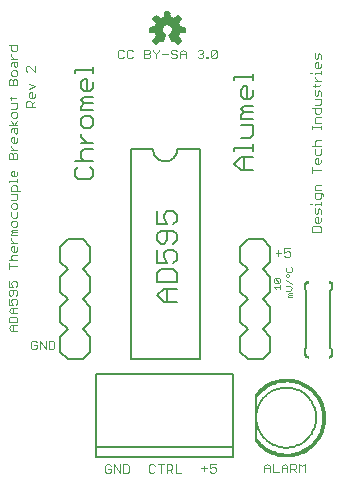
<source format=gto>
G75*
G70*
%OFA0B0*%
%FSLAX24Y24*%
%IPPOS*%
%LPD*%
%AMOC8*
5,1,8,0,0,1.08239X$1,22.5*
%
%ADD10C,0.0060*%
%ADD11C,0.0050*%
%ADD12C,0.0030*%
%ADD13C,0.0020*%
%ADD14C,0.0080*%
%ADD15C,0.0059*%
%ADD16C,0.0010*%
D10*
X004807Y004923D02*
X007107Y004923D01*
X007107Y011923D01*
X006357Y011923D01*
X006355Y011884D01*
X006349Y011845D01*
X006340Y011807D01*
X006327Y011770D01*
X006310Y011734D01*
X006290Y011701D01*
X006266Y011669D01*
X006240Y011640D01*
X006211Y011614D01*
X006179Y011590D01*
X006146Y011570D01*
X006110Y011553D01*
X006073Y011540D01*
X006035Y011531D01*
X005996Y011525D01*
X005957Y011523D01*
X005918Y011525D01*
X005879Y011531D01*
X005841Y011540D01*
X005804Y011553D01*
X005768Y011570D01*
X005735Y011590D01*
X005703Y011614D01*
X005674Y011640D01*
X005648Y011669D01*
X005624Y011701D01*
X005604Y011734D01*
X005587Y011770D01*
X005574Y011807D01*
X005565Y011845D01*
X005559Y011884D01*
X005557Y011923D01*
X004807Y011923D01*
X004807Y004923D01*
X005915Y006839D02*
X005701Y007053D01*
X005915Y007266D01*
X006342Y007266D01*
X006342Y007484D02*
X006342Y007804D01*
X006235Y007911D01*
X005808Y007911D01*
X005701Y007804D01*
X005701Y007484D01*
X006342Y007484D01*
X006021Y007266D02*
X006021Y006839D01*
X005915Y006839D02*
X006342Y006839D01*
X006235Y008128D02*
X006342Y008235D01*
X006342Y008449D01*
X006235Y008555D01*
X006021Y008555D01*
X005915Y008449D01*
X005915Y008342D01*
X006021Y008128D01*
X005701Y008128D01*
X005701Y008555D01*
X005808Y008773D02*
X005701Y008880D01*
X005701Y009093D01*
X005808Y009200D01*
X006235Y009200D01*
X006342Y009093D01*
X006342Y008880D01*
X006235Y008773D01*
X006021Y008880D02*
X006021Y009200D01*
X006021Y009417D02*
X005915Y009631D01*
X005915Y009738D01*
X006021Y009844D01*
X006235Y009844D01*
X006342Y009738D01*
X006342Y009524D01*
X006235Y009417D01*
X006021Y009417D02*
X005701Y009417D01*
X005701Y009844D01*
X006021Y008880D02*
X005915Y008773D01*
X005808Y008773D01*
X008258Y011434D02*
X008472Y011647D01*
X008899Y011647D01*
X008899Y011865D02*
X008899Y012078D01*
X008899Y011971D02*
X008258Y011971D01*
X008258Y011865D01*
X008472Y012294D02*
X008792Y012294D01*
X008899Y012401D01*
X008899Y012721D01*
X008472Y012721D01*
X008472Y012939D02*
X008472Y013046D01*
X008578Y013152D01*
X008472Y013259D01*
X008578Y013366D01*
X008899Y013366D01*
X008792Y013583D02*
X008578Y013583D01*
X008472Y013690D01*
X008472Y013904D01*
X008578Y014010D01*
X008685Y014010D01*
X008685Y013583D01*
X008792Y013583D02*
X008899Y013690D01*
X008899Y013904D01*
X008899Y014228D02*
X008899Y014442D01*
X008899Y014335D02*
X008258Y014335D01*
X008258Y014228D01*
X008578Y013152D02*
X008899Y013152D01*
X008899Y012939D02*
X008472Y012939D01*
X008578Y011647D02*
X008578Y011220D01*
X008472Y011220D02*
X008258Y011434D01*
X008472Y011220D02*
X008899Y011220D01*
X010612Y007398D02*
X010612Y007248D01*
X010662Y007198D01*
X010662Y005298D01*
X010612Y005248D01*
X010612Y005098D01*
X011462Y005298D02*
X011512Y005248D01*
X011512Y005098D01*
X011462Y005298D02*
X011462Y007198D01*
X011512Y007248D01*
X011512Y007398D01*
X008994Y002973D02*
X008996Y003036D01*
X009002Y003098D01*
X009012Y003160D01*
X009025Y003222D01*
X009043Y003282D01*
X009064Y003341D01*
X009089Y003399D01*
X009118Y003455D01*
X009150Y003509D01*
X009185Y003561D01*
X009223Y003610D01*
X009265Y003658D01*
X009309Y003702D01*
X009357Y003744D01*
X009406Y003782D01*
X009458Y003817D01*
X009512Y003849D01*
X009568Y003878D01*
X009626Y003903D01*
X009685Y003924D01*
X009745Y003942D01*
X009807Y003955D01*
X009869Y003965D01*
X009931Y003971D01*
X009994Y003973D01*
X010057Y003971D01*
X010119Y003965D01*
X010181Y003955D01*
X010243Y003942D01*
X010303Y003924D01*
X010362Y003903D01*
X010420Y003878D01*
X010476Y003849D01*
X010530Y003817D01*
X010582Y003782D01*
X010631Y003744D01*
X010679Y003702D01*
X010723Y003658D01*
X010765Y003610D01*
X010803Y003561D01*
X010838Y003509D01*
X010870Y003455D01*
X010899Y003399D01*
X010924Y003341D01*
X010945Y003282D01*
X010963Y003222D01*
X010976Y003160D01*
X010986Y003098D01*
X010992Y003036D01*
X010994Y002973D01*
X010992Y002910D01*
X010986Y002848D01*
X010976Y002786D01*
X010963Y002724D01*
X010945Y002664D01*
X010924Y002605D01*
X010899Y002547D01*
X010870Y002491D01*
X010838Y002437D01*
X010803Y002385D01*
X010765Y002336D01*
X010723Y002288D01*
X010679Y002244D01*
X010631Y002202D01*
X010582Y002164D01*
X010530Y002129D01*
X010476Y002097D01*
X010420Y002068D01*
X010362Y002043D01*
X010303Y002022D01*
X010243Y002004D01*
X010181Y001991D01*
X010119Y001981D01*
X010057Y001975D01*
X009994Y001973D01*
X009931Y001975D01*
X009869Y001981D01*
X009807Y001991D01*
X009745Y002004D01*
X009685Y002022D01*
X009626Y002043D01*
X009568Y002068D01*
X009512Y002097D01*
X009458Y002129D01*
X009406Y002164D01*
X009357Y002202D01*
X009309Y002244D01*
X009265Y002288D01*
X009223Y002336D01*
X009185Y002385D01*
X009150Y002437D01*
X009118Y002491D01*
X009089Y002547D01*
X009064Y002605D01*
X009043Y002664D01*
X009025Y002724D01*
X009012Y002786D01*
X009002Y002848D01*
X008996Y002910D01*
X008994Y002973D01*
D11*
X003466Y010910D02*
X003568Y011012D01*
X003568Y011215D01*
X003466Y011317D01*
X003568Y011518D02*
X002957Y011518D01*
X003059Y011317D02*
X002957Y011215D01*
X002957Y011012D01*
X003059Y010910D01*
X003466Y010910D01*
X003262Y011518D02*
X003161Y011620D01*
X003161Y011823D01*
X003262Y011925D01*
X003568Y011925D01*
X003568Y012126D02*
X003161Y012126D01*
X003364Y012126D02*
X003161Y012329D01*
X003161Y012431D01*
X003262Y012632D02*
X003466Y012632D01*
X003568Y012734D01*
X003568Y012937D01*
X003466Y013039D01*
X003262Y013039D01*
X003161Y012937D01*
X003161Y012734D01*
X003262Y012632D01*
X003161Y013240D02*
X003161Y013341D01*
X003262Y013443D01*
X003161Y013545D01*
X003262Y013647D01*
X003568Y013647D01*
X003568Y013443D02*
X003262Y013443D01*
X003161Y013240D02*
X003568Y013240D01*
X003466Y013847D02*
X003262Y013847D01*
X003161Y013949D01*
X003161Y014153D01*
X003262Y014254D01*
X003364Y014254D01*
X003364Y013847D01*
X003466Y013847D02*
X003568Y013949D01*
X003568Y014153D01*
X003568Y014455D02*
X003568Y014659D01*
X003568Y014557D02*
X002957Y014557D01*
X002957Y014455D01*
D12*
X001608Y014502D02*
X001415Y014695D01*
X001366Y014695D01*
X001318Y014647D01*
X001318Y014550D01*
X001366Y014502D01*
X001608Y014502D02*
X001608Y014695D01*
X001030Y014693D02*
X000982Y014645D01*
X000934Y014693D01*
X000934Y014838D01*
X000885Y014838D02*
X001030Y014838D01*
X001030Y014693D01*
X000982Y014543D02*
X000885Y014543D01*
X000837Y014495D01*
X000837Y014398D01*
X000885Y014350D01*
X000982Y014350D01*
X001030Y014398D01*
X001030Y014495D01*
X000982Y014543D01*
X000837Y014693D02*
X000837Y014790D01*
X000885Y014838D01*
X000837Y014939D02*
X001030Y014939D01*
X000934Y014939D02*
X000837Y015036D01*
X000837Y015084D01*
X000885Y015185D02*
X000837Y015233D01*
X000837Y015378D01*
X000740Y015378D02*
X001030Y015378D01*
X001030Y015233D01*
X000982Y015185D01*
X000885Y015185D01*
X000837Y014249D02*
X000885Y014200D01*
X000885Y014055D01*
X001030Y014055D02*
X000740Y014055D01*
X000740Y014200D01*
X000788Y014249D01*
X000837Y014249D01*
X000885Y014200D02*
X000934Y014249D01*
X000982Y014249D01*
X001030Y014200D01*
X001030Y014055D01*
X001415Y014106D02*
X001608Y014009D01*
X001415Y013912D01*
X001463Y013811D02*
X001511Y013811D01*
X001511Y013618D01*
X001463Y013618D02*
X001560Y013618D01*
X001608Y013666D01*
X001608Y013763D01*
X001463Y013811D02*
X001415Y013763D01*
X001415Y013666D01*
X001463Y013618D01*
X001463Y013517D02*
X001511Y013468D01*
X001511Y013323D01*
X001511Y013420D02*
X001608Y013517D01*
X001463Y013517D02*
X001366Y013517D01*
X001318Y013468D01*
X001318Y013323D01*
X001608Y013323D01*
X001030Y013318D02*
X001030Y013463D01*
X000837Y013463D01*
X000837Y013564D02*
X000837Y013661D01*
X000788Y013613D02*
X000982Y013613D01*
X001030Y013661D01*
X001030Y013318D02*
X000982Y013270D01*
X000837Y013270D01*
X000885Y013168D02*
X000837Y013120D01*
X000837Y013023D01*
X000885Y012975D01*
X000982Y012975D01*
X001030Y013023D01*
X001030Y013120D01*
X000982Y013168D01*
X000885Y013168D01*
X000837Y012875D02*
X000934Y012729D01*
X001030Y012875D01*
X001030Y012729D02*
X000740Y012729D01*
X000885Y012628D02*
X000837Y012580D01*
X000837Y012483D01*
X000934Y012483D02*
X000982Y012435D01*
X001030Y012483D01*
X001030Y012628D01*
X000885Y012628D01*
X000934Y012628D02*
X000934Y012483D01*
X000934Y012334D02*
X000934Y012140D01*
X000982Y012140D02*
X000885Y012140D01*
X000837Y012188D01*
X000837Y012285D01*
X000885Y012334D01*
X000934Y012334D01*
X001030Y012285D02*
X001030Y012188D01*
X000982Y012140D01*
X000837Y012040D02*
X000837Y011991D01*
X000934Y011895D01*
X001030Y011895D02*
X000837Y011895D01*
X000837Y011793D02*
X000885Y011745D01*
X000885Y011600D01*
X001030Y011600D02*
X000740Y011600D01*
X000740Y011745D01*
X000788Y011793D01*
X000837Y011793D01*
X000885Y011745D02*
X000934Y011793D01*
X000982Y011793D01*
X001030Y011745D01*
X001030Y011600D01*
X000934Y011204D02*
X000934Y011011D01*
X000982Y011011D02*
X000885Y011011D01*
X000837Y011059D01*
X000837Y011156D01*
X000885Y011204D01*
X000934Y011204D01*
X001030Y011156D02*
X001030Y011059D01*
X000982Y011011D01*
X001030Y010911D02*
X001030Y010814D01*
X001030Y010863D02*
X000740Y010863D01*
X000740Y010814D01*
X000885Y010713D02*
X000837Y010665D01*
X000837Y010520D01*
X001127Y010520D01*
X001030Y010520D02*
X001030Y010665D01*
X000982Y010713D01*
X000885Y010713D01*
X000837Y010418D02*
X001030Y010418D01*
X001030Y010273D01*
X000982Y010225D01*
X000837Y010225D01*
X000885Y010124D02*
X000837Y010075D01*
X000837Y009979D01*
X000885Y009930D01*
X000982Y009930D01*
X001030Y009979D01*
X001030Y010075D01*
X000982Y010124D01*
X000885Y010124D01*
X000837Y009829D02*
X000837Y009684D01*
X000885Y009636D01*
X000982Y009636D01*
X001030Y009684D01*
X001030Y009829D01*
X000982Y009534D02*
X000885Y009534D01*
X000837Y009486D01*
X000837Y009389D01*
X000885Y009341D01*
X000982Y009341D01*
X001030Y009389D01*
X001030Y009486D01*
X000982Y009534D01*
X001030Y009240D02*
X000885Y009240D01*
X000837Y009191D01*
X000885Y009143D01*
X001030Y009143D01*
X001030Y009046D02*
X000837Y009046D01*
X000837Y009095D01*
X000885Y009143D01*
X000837Y008946D02*
X000837Y008897D01*
X000934Y008801D01*
X001030Y008801D02*
X000837Y008801D01*
X000885Y008700D02*
X000837Y008651D01*
X000837Y008554D01*
X000885Y008506D01*
X000982Y008506D01*
X001030Y008554D01*
X001030Y008651D01*
X000934Y008700D02*
X000934Y008506D01*
X000885Y008405D02*
X001030Y008405D01*
X000885Y008405D02*
X000837Y008357D01*
X000837Y008260D01*
X000885Y008211D01*
X000740Y008211D02*
X001030Y008211D01*
X001030Y008013D02*
X000740Y008013D01*
X000740Y007917D02*
X000740Y008110D01*
X000740Y007521D02*
X000740Y007327D01*
X000885Y007327D01*
X000837Y007424D01*
X000837Y007473D01*
X000885Y007521D01*
X000982Y007521D01*
X001030Y007473D01*
X001030Y007376D01*
X000982Y007327D01*
X000982Y007226D02*
X000788Y007226D01*
X000740Y007178D01*
X000740Y007081D01*
X000788Y007033D01*
X000837Y007033D01*
X000885Y007081D01*
X000885Y007226D01*
X000982Y007226D02*
X001030Y007178D01*
X001030Y007081D01*
X000982Y007033D01*
X000982Y006932D02*
X001030Y006883D01*
X001030Y006787D01*
X000982Y006738D01*
X000885Y006738D02*
X000837Y006835D01*
X000837Y006883D01*
X000885Y006932D01*
X000982Y006932D01*
X000885Y006738D02*
X000740Y006738D01*
X000740Y006932D01*
X000837Y006637D02*
X000740Y006540D01*
X000837Y006443D01*
X001030Y006443D01*
X000982Y006342D02*
X001030Y006294D01*
X001030Y006149D01*
X000740Y006149D01*
X000740Y006294D01*
X000788Y006342D01*
X000982Y006342D01*
X000885Y006443D02*
X000885Y006637D01*
X000837Y006637D02*
X001030Y006637D01*
X001030Y006048D02*
X000837Y006048D01*
X000740Y005951D01*
X000837Y005854D01*
X001030Y005854D01*
X000885Y005854D02*
X000885Y006048D01*
X001484Y005490D02*
X001484Y005297D01*
X001532Y005248D01*
X001629Y005248D01*
X001677Y005297D01*
X001677Y005393D01*
X001580Y005393D01*
X001484Y005490D02*
X001532Y005538D01*
X001629Y005538D01*
X001677Y005490D01*
X001778Y005538D02*
X001972Y005248D01*
X001972Y005538D01*
X002073Y005538D02*
X002218Y005538D01*
X002267Y005490D01*
X002267Y005297D01*
X002218Y005248D01*
X002073Y005248D01*
X002073Y005538D01*
X001778Y005538D02*
X001778Y005248D01*
X000934Y008700D02*
X000885Y008700D01*
X004434Y014952D02*
X004531Y014952D01*
X004580Y015000D01*
X004681Y015000D02*
X004681Y015194D01*
X004729Y015242D01*
X004826Y015242D01*
X004874Y015194D01*
X004874Y015000D02*
X004826Y014952D01*
X004729Y014952D01*
X004681Y015000D01*
X004580Y015194D02*
X004531Y015242D01*
X004434Y015242D01*
X004386Y015194D01*
X004386Y015000D01*
X004434Y014952D01*
X005270Y014952D02*
X005415Y014952D01*
X005464Y015000D01*
X005464Y015049D01*
X005415Y015097D01*
X005270Y015097D01*
X005270Y014952D02*
X005270Y015242D01*
X005415Y015242D01*
X005464Y015194D01*
X005464Y015145D01*
X005415Y015097D01*
X005565Y015194D02*
X005565Y015242D01*
X005565Y015194D02*
X005661Y015097D01*
X005661Y014952D01*
X005661Y015097D02*
X005758Y015194D01*
X005758Y015242D01*
X005859Y015097D02*
X006053Y015097D01*
X006154Y015145D02*
X006202Y015097D01*
X006299Y015097D01*
X006347Y015049D01*
X006347Y015000D01*
X006299Y014952D01*
X006202Y014952D01*
X006154Y015000D01*
X006154Y015145D02*
X006154Y015194D01*
X006202Y015242D01*
X006299Y015242D01*
X006347Y015194D01*
X006449Y015145D02*
X006449Y014952D01*
X006449Y015097D02*
X006642Y015097D01*
X006642Y015145D02*
X006642Y014952D01*
X006642Y015145D02*
X006545Y015242D01*
X006449Y015145D01*
X007038Y015194D02*
X007086Y015242D01*
X007183Y015242D01*
X007231Y015194D01*
X007231Y015145D01*
X007183Y015097D01*
X007231Y015049D01*
X007231Y015000D01*
X007183Y014952D01*
X007086Y014952D01*
X007038Y015000D01*
X007135Y015097D02*
X007183Y015097D01*
X007333Y015000D02*
X007381Y015000D01*
X007381Y014952D01*
X007333Y014952D01*
X007333Y015000D01*
X007480Y015000D02*
X007480Y015194D01*
X007528Y015242D01*
X007625Y015242D01*
X007673Y015194D01*
X007480Y015000D01*
X007528Y014952D01*
X007625Y014952D01*
X007673Y015000D01*
X007673Y015194D01*
X010801Y014473D02*
X010850Y014473D01*
X010947Y014473D02*
X011140Y014473D01*
X011140Y014521D02*
X011140Y014424D01*
X010947Y014424D02*
X010947Y014473D01*
X010947Y014324D02*
X010947Y014276D01*
X011043Y014179D01*
X010947Y014179D02*
X011140Y014179D01*
X011140Y014079D02*
X011092Y014031D01*
X010898Y014031D01*
X010947Y014079D02*
X010947Y013982D01*
X010947Y013881D02*
X010947Y013736D01*
X010995Y013688D01*
X011043Y013736D01*
X011043Y013833D01*
X011092Y013881D01*
X011140Y013833D01*
X011140Y013688D01*
X011140Y013587D02*
X010947Y013587D01*
X011140Y013587D02*
X011140Y013441D01*
X011092Y013393D01*
X010947Y013393D01*
X010947Y013292D02*
X010947Y013147D01*
X010995Y013098D01*
X011092Y013098D01*
X011140Y013147D01*
X011140Y013292D01*
X010850Y013292D01*
X010995Y012997D02*
X011140Y012997D01*
X010995Y012997D02*
X010947Y012949D01*
X010947Y012804D01*
X011140Y012804D01*
X011140Y012704D02*
X011140Y012607D01*
X011140Y012656D02*
X010850Y012656D01*
X010850Y012704D02*
X010850Y012607D01*
X010995Y012211D02*
X011140Y012211D01*
X010995Y012211D02*
X010947Y012163D01*
X010947Y012066D01*
X010995Y012018D01*
X010947Y011917D02*
X010947Y011772D01*
X010995Y011723D01*
X011092Y011723D01*
X011140Y011772D01*
X011140Y011917D01*
X011140Y012018D02*
X010850Y012018D01*
X010995Y011622D02*
X011043Y011622D01*
X011043Y011429D01*
X010995Y011429D02*
X011092Y011429D01*
X011140Y011477D01*
X011140Y011574D01*
X010995Y011622D02*
X010947Y011574D01*
X010947Y011477D01*
X010995Y011429D01*
X010850Y011328D02*
X010850Y011134D01*
X010850Y011231D02*
X011140Y011231D01*
X011140Y010738D02*
X010995Y010738D01*
X010947Y010690D01*
X010947Y010545D01*
X011140Y010545D01*
X011140Y010444D02*
X011140Y010298D01*
X011092Y010250D01*
X010995Y010250D01*
X010947Y010298D01*
X010947Y010444D01*
X011188Y010444D01*
X011237Y010395D01*
X011237Y010347D01*
X011140Y010150D02*
X011140Y010054D01*
X011140Y010102D02*
X010947Y010102D01*
X010947Y010054D01*
X010947Y009953D02*
X010947Y009807D01*
X010995Y009759D01*
X011043Y009807D01*
X011043Y009904D01*
X011092Y009953D01*
X011140Y009904D01*
X011140Y009759D01*
X011043Y009658D02*
X010995Y009658D01*
X010947Y009609D01*
X010947Y009513D01*
X010995Y009464D01*
X011092Y009464D01*
X011140Y009513D01*
X011140Y009609D01*
X011043Y009658D02*
X011043Y009464D01*
X011092Y009363D02*
X010898Y009363D01*
X010850Y009315D01*
X010850Y009170D01*
X011140Y009170D01*
X011140Y009315D01*
X011092Y009363D01*
X010850Y010102D02*
X010801Y010102D01*
X010127Y008615D02*
X009933Y008615D01*
X009933Y008469D01*
X010030Y008518D01*
X010078Y008518D01*
X010127Y008469D01*
X010127Y008373D01*
X010078Y008324D01*
X009982Y008324D01*
X009933Y008373D01*
X009832Y008469D02*
X009639Y008469D01*
X009735Y008373D02*
X009735Y008566D01*
X010995Y014621D02*
X010947Y014669D01*
X010947Y014766D01*
X010995Y014814D01*
X011043Y014814D01*
X011043Y014621D01*
X010995Y014621D02*
X011092Y014621D01*
X011140Y014669D01*
X011140Y014766D01*
X011140Y014915D02*
X011140Y015061D01*
X011092Y015109D01*
X011043Y015061D01*
X011043Y014964D01*
X010995Y014915D01*
X010947Y014964D01*
X010947Y015109D01*
X010624Y001439D02*
X010624Y001149D01*
X010431Y001149D02*
X010431Y001439D01*
X010527Y001343D01*
X010624Y001439D01*
X010329Y001391D02*
X010329Y001294D01*
X010281Y001246D01*
X010136Y001246D01*
X010233Y001246D02*
X010329Y001149D01*
X010136Y001149D02*
X010136Y001439D01*
X010281Y001439D01*
X010329Y001391D01*
X010035Y001343D02*
X010035Y001149D01*
X010035Y001294D02*
X009841Y001294D01*
X009841Y001343D02*
X009938Y001439D01*
X010035Y001343D01*
X009841Y001343D02*
X009841Y001149D01*
X009740Y001149D02*
X009547Y001149D01*
X009547Y001439D01*
X009445Y001343D02*
X009445Y001149D01*
X009445Y001294D02*
X009252Y001294D01*
X009252Y001343D02*
X009349Y001439D01*
X009445Y001343D01*
X009252Y001343D02*
X009252Y001149D01*
X007642Y001179D02*
X007594Y001131D01*
X007497Y001131D01*
X007449Y001179D01*
X007449Y001276D02*
X007545Y001324D01*
X007594Y001324D01*
X007642Y001276D01*
X007642Y001179D01*
X007449Y001276D02*
X007449Y001421D01*
X007642Y001421D01*
X007347Y001276D02*
X007154Y001276D01*
X007251Y001372D02*
X007251Y001179D01*
X006498Y001131D02*
X006305Y001131D01*
X006305Y001421D01*
X006203Y001372D02*
X006203Y001276D01*
X006155Y001227D01*
X006010Y001227D01*
X006010Y001131D02*
X006010Y001421D01*
X006155Y001421D01*
X006203Y001372D01*
X006107Y001227D02*
X006203Y001131D01*
X005909Y001421D02*
X005715Y001421D01*
X005812Y001421D02*
X005812Y001131D01*
X005614Y001179D02*
X005566Y001131D01*
X005469Y001131D01*
X005421Y001179D01*
X005421Y001372D01*
X005469Y001421D01*
X005566Y001421D01*
X005614Y001372D01*
X004742Y001368D02*
X004742Y001174D01*
X004693Y001126D01*
X004548Y001126D01*
X004548Y001416D01*
X004693Y001416D01*
X004742Y001368D01*
X004447Y001416D02*
X004447Y001126D01*
X004254Y001416D01*
X004254Y001126D01*
X004152Y001174D02*
X004152Y001271D01*
X004056Y001271D01*
X004152Y001174D02*
X004104Y001126D01*
X004007Y001126D01*
X003959Y001174D01*
X003959Y001368D01*
X004007Y001416D01*
X004104Y001416D01*
X004152Y001368D01*
D13*
X009646Y007248D02*
X009573Y007321D01*
X009793Y007321D01*
X009793Y007248D02*
X009793Y007395D01*
X009756Y007469D02*
X009793Y007506D01*
X009793Y007579D01*
X009756Y007616D01*
X009610Y007616D01*
X009756Y007469D01*
X009610Y007469D01*
X009573Y007506D01*
X009573Y007579D01*
X009610Y007616D01*
X009979Y007574D02*
X010200Y007427D01*
X010126Y007353D02*
X010200Y007280D01*
X010126Y007206D01*
X009979Y007206D01*
X010053Y007096D02*
X010090Y007132D01*
X010200Y007132D01*
X010200Y007059D02*
X010090Y007059D01*
X010053Y007096D01*
X010090Y007059D02*
X010053Y007022D01*
X010053Y006985D01*
X010200Y006985D01*
X010126Y007353D02*
X009979Y007353D01*
X010016Y007648D02*
X009979Y007685D01*
X009979Y007722D01*
X010016Y007759D01*
X010053Y007759D01*
X010090Y007722D01*
X010090Y007685D01*
X010053Y007648D01*
X010016Y007648D01*
X010016Y007833D02*
X010163Y007833D01*
X010200Y007869D01*
X010200Y007943D01*
X010163Y007979D01*
X010016Y007979D02*
X009979Y007943D01*
X009979Y007869D01*
X010016Y007833D01*
D14*
X002707Y004923D02*
X002457Y005173D01*
X002457Y005673D01*
X002707Y005923D01*
X002457Y006173D01*
X002457Y006673D01*
X002707Y006923D01*
X002457Y007173D01*
X002457Y007673D01*
X002707Y007923D01*
X002457Y008173D01*
X002457Y008673D01*
X002707Y008923D01*
X003207Y008923D01*
X003457Y008673D01*
X003457Y008173D01*
X003207Y007923D01*
X003457Y007673D01*
X003457Y007173D01*
X003207Y006923D01*
X003457Y006673D01*
X003457Y006173D01*
X003207Y005923D01*
X003457Y005673D01*
X003457Y005173D01*
X003207Y004923D01*
X002707Y004923D01*
X003644Y004427D02*
X003644Y001986D01*
X008211Y001986D01*
X008211Y001671D01*
X003644Y001671D01*
X003644Y001986D01*
X003644Y004427D02*
X008211Y004427D01*
X008211Y001986D01*
X008994Y002223D02*
X008994Y003723D01*
X009207Y004923D02*
X008707Y004923D01*
X008457Y005173D01*
X008457Y005673D01*
X008707Y005923D01*
X008457Y006173D01*
X008457Y006673D01*
X008707Y006923D01*
X008457Y007173D01*
X008457Y007673D01*
X008707Y007923D01*
X008457Y008173D01*
X008457Y008673D01*
X008707Y008923D01*
X009207Y008923D01*
X009457Y008673D01*
X009457Y008173D01*
X009207Y007923D01*
X009457Y007673D01*
X009457Y007173D01*
X009207Y006923D01*
X009457Y006673D01*
X009457Y006173D01*
X009207Y005923D01*
X009457Y005673D01*
X009457Y005173D01*
X009207Y004923D01*
D15*
X006395Y015435D02*
X006497Y015537D01*
X006376Y015685D01*
X006407Y015745D01*
X006427Y015809D01*
X006618Y015828D01*
X006618Y015972D01*
X006427Y015992D01*
X006407Y016056D01*
X006376Y016116D01*
X006497Y016264D01*
X006395Y016366D01*
X006247Y016245D01*
X006187Y016276D01*
X006123Y016296D01*
X006103Y016487D01*
X005959Y016487D01*
X005940Y016296D01*
X005876Y016276D01*
X005816Y016245D01*
X005668Y016366D01*
X005566Y016264D01*
X005687Y016116D01*
X005656Y016056D01*
X005636Y015992D01*
X005445Y015972D01*
X005445Y015828D01*
X005636Y015809D01*
X005656Y015745D01*
X005687Y015685D01*
X005566Y015537D01*
X005668Y015435D01*
X005816Y015556D01*
X005876Y015525D01*
X005961Y015730D01*
X005923Y015751D01*
X005891Y015781D01*
X005867Y015817D01*
X005852Y015857D01*
X005847Y015900D01*
X005852Y015944D01*
X005868Y015986D01*
X005893Y016022D01*
X005926Y016052D01*
X005965Y016072D01*
X006007Y016083D01*
X006051Y016084D01*
X006094Y016074D01*
X006134Y016054D01*
X006167Y016025D01*
X006193Y015989D01*
X006210Y015948D01*
X006216Y015904D01*
X006212Y015860D01*
X006197Y015819D01*
X006173Y015782D01*
X006141Y015752D01*
X006102Y015730D01*
X006187Y015525D01*
X006247Y015556D01*
X006395Y015435D01*
X006441Y015482D02*
X006338Y015482D01*
X006267Y015539D02*
X006495Y015539D01*
X006448Y015597D02*
X006157Y015597D01*
X006133Y015654D02*
X006401Y015654D01*
X006389Y015712D02*
X006110Y015712D01*
X006159Y015769D02*
X006414Y015769D01*
X006601Y015827D02*
X006200Y015827D01*
X006214Y015884D02*
X006618Y015884D01*
X006618Y015942D02*
X006211Y015942D01*
X006186Y016000D02*
X006425Y016000D01*
X006406Y016057D02*
X006128Y016057D01*
X005936Y016057D02*
X005657Y016057D01*
X005638Y016000D02*
X005877Y016000D01*
X005852Y015942D02*
X005445Y015942D01*
X005445Y015884D02*
X005849Y015884D01*
X005863Y015827D02*
X005461Y015827D01*
X005615Y015597D02*
X005906Y015597D01*
X005929Y015654D02*
X005662Y015654D01*
X005673Y015712D02*
X005953Y015712D01*
X005903Y015769D02*
X005649Y015769D01*
X005568Y015539D02*
X005795Y015539D01*
X005849Y015539D02*
X005882Y015539D01*
X005725Y015482D02*
X005621Y015482D01*
X005687Y016115D02*
X006376Y016115D01*
X006422Y016172D02*
X005641Y016172D01*
X005594Y016230D02*
X006469Y016230D01*
X006474Y016287D02*
X006299Y016287D01*
X006369Y016345D02*
X006416Y016345D01*
X006150Y016287D02*
X005913Y016287D01*
X005945Y016345D02*
X006118Y016345D01*
X006112Y016402D02*
X005951Y016402D01*
X005957Y016460D02*
X006106Y016460D01*
X005764Y016287D02*
X005589Y016287D01*
X005647Y016345D02*
X005694Y016345D01*
X006181Y015539D02*
X006213Y015539D01*
D16*
X010708Y007522D02*
X010708Y007472D01*
X010707Y007473D02*
X010692Y007470D01*
X010678Y007465D01*
X010665Y007456D01*
X010654Y007445D01*
X010645Y007432D01*
X010640Y007418D01*
X010637Y007403D01*
X010588Y007402D01*
X010587Y007403D01*
X010590Y007424D01*
X010596Y007443D01*
X010605Y007462D01*
X010617Y007479D01*
X010631Y007493D01*
X010648Y007505D01*
X010667Y007514D01*
X010686Y007520D01*
X010707Y007523D01*
X010707Y007514D01*
X010688Y007511D01*
X010670Y007506D01*
X010653Y007498D01*
X010637Y007487D01*
X010623Y007473D01*
X010612Y007457D01*
X010604Y007440D01*
X010599Y007422D01*
X010596Y007403D01*
X010605Y007403D01*
X010608Y007423D01*
X010614Y007441D01*
X010624Y007458D01*
X010636Y007474D01*
X010652Y007486D01*
X010669Y007496D01*
X010687Y007502D01*
X010707Y007505D01*
X010707Y007496D01*
X010689Y007493D01*
X010672Y007488D01*
X010657Y007479D01*
X010643Y007467D01*
X010631Y007453D01*
X010622Y007438D01*
X010617Y007421D01*
X010614Y007403D01*
X010623Y007403D01*
X010626Y007421D01*
X010633Y007439D01*
X010643Y007454D01*
X010656Y007467D01*
X010671Y007477D01*
X010689Y007484D01*
X010707Y007487D01*
X010707Y007478D01*
X010691Y007475D01*
X010675Y007469D01*
X010662Y007460D01*
X010650Y007448D01*
X010641Y007435D01*
X010635Y007419D01*
X010632Y007403D01*
X011536Y007402D02*
X011486Y007402D01*
X011487Y007403D02*
X011484Y007418D01*
X011479Y007432D01*
X011470Y007445D01*
X011459Y007456D01*
X011446Y007465D01*
X011432Y007470D01*
X011417Y007473D01*
X011416Y007522D01*
X011417Y007523D01*
X011438Y007520D01*
X011457Y007514D01*
X011476Y007505D01*
X011493Y007493D01*
X011507Y007479D01*
X011519Y007462D01*
X011528Y007443D01*
X011534Y007424D01*
X011537Y007403D01*
X011528Y007403D01*
X011525Y007422D01*
X011520Y007440D01*
X011512Y007457D01*
X011501Y007473D01*
X011487Y007487D01*
X011471Y007498D01*
X011454Y007506D01*
X011436Y007511D01*
X011417Y007514D01*
X011417Y007505D01*
X011437Y007502D01*
X011455Y007496D01*
X011472Y007486D01*
X011488Y007474D01*
X011500Y007458D01*
X011510Y007441D01*
X011516Y007423D01*
X011519Y007403D01*
X011510Y007403D01*
X011507Y007421D01*
X011502Y007438D01*
X011493Y007453D01*
X011481Y007467D01*
X011467Y007479D01*
X011452Y007488D01*
X011435Y007493D01*
X011417Y007496D01*
X011417Y007487D01*
X011435Y007484D01*
X011453Y007477D01*
X011468Y007467D01*
X011481Y007454D01*
X011491Y007439D01*
X011498Y007421D01*
X011501Y007403D01*
X011492Y007403D01*
X011489Y007419D01*
X011483Y007435D01*
X011474Y007448D01*
X011462Y007460D01*
X011449Y007469D01*
X011433Y007475D01*
X011417Y007478D01*
X011416Y004974D02*
X011416Y005024D01*
X011417Y005023D02*
X011432Y005026D01*
X011446Y005031D01*
X011459Y005040D01*
X011470Y005051D01*
X011479Y005064D01*
X011484Y005078D01*
X011487Y005093D01*
X011536Y005094D01*
X011537Y005093D01*
X011534Y005072D01*
X011528Y005053D01*
X011519Y005034D01*
X011507Y005017D01*
X011493Y005003D01*
X011476Y004991D01*
X011457Y004982D01*
X011438Y004976D01*
X011417Y004973D01*
X011417Y004982D01*
X011436Y004985D01*
X011454Y004990D01*
X011471Y004998D01*
X011487Y005009D01*
X011501Y005023D01*
X011512Y005039D01*
X011520Y005056D01*
X011525Y005074D01*
X011528Y005093D01*
X011519Y005093D01*
X011516Y005073D01*
X011510Y005055D01*
X011500Y005038D01*
X011488Y005022D01*
X011472Y005010D01*
X011455Y005000D01*
X011437Y004994D01*
X011417Y004991D01*
X011417Y005000D01*
X011435Y005003D01*
X011452Y005008D01*
X011467Y005017D01*
X011481Y005029D01*
X011493Y005043D01*
X011502Y005058D01*
X011507Y005075D01*
X011510Y005093D01*
X011501Y005093D01*
X011498Y005075D01*
X011491Y005057D01*
X011481Y005042D01*
X011468Y005029D01*
X011453Y005019D01*
X011435Y005012D01*
X011417Y005009D01*
X011417Y005018D01*
X011433Y005021D01*
X011449Y005027D01*
X011462Y005036D01*
X011474Y005048D01*
X011483Y005061D01*
X011489Y005077D01*
X011492Y005093D01*
X010588Y005094D02*
X010638Y005094D01*
X010637Y005093D02*
X010640Y005078D01*
X010645Y005064D01*
X010654Y005051D01*
X010665Y005040D01*
X010678Y005031D01*
X010692Y005026D01*
X010707Y005023D01*
X010708Y004974D01*
X010707Y004973D01*
X010686Y004976D01*
X010667Y004982D01*
X010648Y004991D01*
X010631Y005003D01*
X010617Y005017D01*
X010605Y005034D01*
X010596Y005053D01*
X010590Y005072D01*
X010587Y005093D01*
X010596Y005093D01*
X010599Y005074D01*
X010604Y005056D01*
X010612Y005039D01*
X010623Y005023D01*
X010637Y005009D01*
X010653Y004998D01*
X010670Y004990D01*
X010688Y004985D01*
X010707Y004982D01*
X010707Y004991D01*
X010687Y004994D01*
X010669Y005000D01*
X010652Y005010D01*
X010636Y005022D01*
X010624Y005038D01*
X010614Y005055D01*
X010608Y005073D01*
X010605Y005093D01*
X010614Y005093D01*
X010617Y005075D01*
X010622Y005058D01*
X010631Y005043D01*
X010643Y005029D01*
X010657Y005017D01*
X010672Y005008D01*
X010689Y005003D01*
X010707Y005000D01*
X010707Y005009D01*
X010689Y005012D01*
X010671Y005019D01*
X010656Y005029D01*
X010643Y005042D01*
X010633Y005057D01*
X010626Y005075D01*
X010623Y005093D01*
X010632Y005093D01*
X010635Y005077D01*
X010641Y005061D01*
X010650Y005048D01*
X010662Y005036D01*
X010675Y005027D01*
X010691Y005021D01*
X010707Y005018D01*
X008962Y002193D02*
X009034Y002247D01*
X009033Y002246D02*
X009076Y002193D01*
X009121Y002142D01*
X009170Y002094D01*
X009221Y002049D01*
X009275Y002006D01*
X009331Y001967D01*
X009389Y001931D01*
X009449Y001898D01*
X009510Y001869D01*
X009574Y001844D01*
X009638Y001822D01*
X009704Y001803D01*
X009771Y001789D01*
X009838Y001778D01*
X009906Y001771D01*
X009974Y001768D01*
X010043Y001769D01*
X010111Y001774D01*
X010179Y001782D01*
X010246Y001795D01*
X010312Y001811D01*
X010377Y001831D01*
X010442Y001854D01*
X010504Y001881D01*
X010565Y001912D01*
X010624Y001946D01*
X010682Y001983D01*
X010737Y002024D01*
X010789Y002068D01*
X010839Y002114D01*
X010886Y002163D01*
X010931Y002215D01*
X010972Y002269D01*
X011011Y002326D01*
X011046Y002385D01*
X011077Y002445D01*
X011105Y002507D01*
X011130Y002571D01*
X011151Y002636D01*
X011168Y002702D01*
X011182Y002769D01*
X011191Y002837D01*
X011197Y002905D01*
X011199Y002973D01*
X011197Y003041D01*
X011191Y003109D01*
X011182Y003177D01*
X011168Y003244D01*
X011151Y003310D01*
X011130Y003375D01*
X011105Y003439D01*
X011077Y003501D01*
X011046Y003561D01*
X011011Y003620D01*
X010972Y003677D01*
X010931Y003731D01*
X010886Y003783D01*
X010839Y003832D01*
X010789Y003878D01*
X010737Y003922D01*
X010682Y003963D01*
X010624Y004000D01*
X010565Y004034D01*
X010504Y004065D01*
X010442Y004092D01*
X010377Y004115D01*
X010312Y004135D01*
X010246Y004151D01*
X010179Y004164D01*
X010111Y004172D01*
X010043Y004177D01*
X009974Y004178D01*
X009906Y004175D01*
X009838Y004168D01*
X009771Y004157D01*
X009704Y004143D01*
X009638Y004124D01*
X009574Y004102D01*
X009510Y004077D01*
X009449Y004048D01*
X009389Y004015D01*
X009331Y003979D01*
X009275Y003940D01*
X009221Y003897D01*
X009170Y003852D01*
X009121Y003804D01*
X009076Y003753D01*
X009033Y003700D01*
X008962Y003753D01*
X008961Y003754D01*
X009005Y003809D01*
X009053Y003862D01*
X009103Y003913D01*
X009156Y003960D01*
X009211Y004004D01*
X009269Y004046D01*
X009329Y004084D01*
X009390Y004119D01*
X009454Y004150D01*
X009519Y004178D01*
X009586Y004202D01*
X009654Y004223D01*
X009723Y004239D01*
X009793Y004252D01*
X009863Y004261D01*
X009934Y004267D01*
X010005Y004268D01*
X010076Y004265D01*
X010147Y004259D01*
X010217Y004249D01*
X010286Y004235D01*
X010355Y004217D01*
X010423Y004195D01*
X010489Y004170D01*
X010554Y004141D01*
X010617Y004108D01*
X010678Y004072D01*
X010737Y004033D01*
X010794Y003991D01*
X010849Y003946D01*
X010901Y003897D01*
X010950Y003846D01*
X010997Y003793D01*
X011040Y003736D01*
X011080Y003678D01*
X011117Y003617D01*
X011151Y003555D01*
X011181Y003491D01*
X011208Y003425D01*
X011231Y003358D01*
X011250Y003289D01*
X011265Y003220D01*
X011277Y003150D01*
X011285Y003079D01*
X011289Y003008D01*
X011289Y002938D01*
X011285Y002867D01*
X011277Y002796D01*
X011265Y002726D01*
X011250Y002657D01*
X011231Y002588D01*
X011208Y002521D01*
X011181Y002455D01*
X011151Y002391D01*
X011117Y002329D01*
X011080Y002268D01*
X011040Y002210D01*
X010997Y002153D01*
X010950Y002100D01*
X010901Y002049D01*
X010849Y002000D01*
X010794Y001955D01*
X010737Y001913D01*
X010678Y001874D01*
X010617Y001838D01*
X010554Y001805D01*
X010489Y001776D01*
X010423Y001751D01*
X010355Y001729D01*
X010286Y001711D01*
X010217Y001697D01*
X010147Y001687D01*
X010076Y001681D01*
X010005Y001678D01*
X009934Y001679D01*
X009863Y001685D01*
X009793Y001694D01*
X009723Y001707D01*
X009654Y001723D01*
X009586Y001744D01*
X009519Y001768D01*
X009454Y001796D01*
X009390Y001827D01*
X009329Y001862D01*
X009269Y001900D01*
X009211Y001942D01*
X009156Y001986D01*
X009103Y002033D01*
X009053Y002084D01*
X009005Y002137D01*
X008961Y002192D01*
X008968Y002197D01*
X009013Y002142D01*
X009060Y002089D01*
X009111Y002038D01*
X009164Y001991D01*
X009220Y001946D01*
X009278Y001905D01*
X009338Y001867D01*
X009400Y001832D01*
X009464Y001801D01*
X009530Y001774D01*
X009597Y001750D01*
X009666Y001730D01*
X009735Y001713D01*
X009805Y001701D01*
X009876Y001692D01*
X009947Y001688D01*
X010018Y001687D01*
X010089Y001691D01*
X010160Y001698D01*
X010231Y001709D01*
X010300Y001724D01*
X010369Y001743D01*
X010437Y001766D01*
X010503Y001792D01*
X010568Y001822D01*
X010630Y001856D01*
X010691Y001892D01*
X010750Y001933D01*
X010807Y001976D01*
X010861Y002023D01*
X010912Y002072D01*
X010960Y002125D01*
X011006Y002179D01*
X011048Y002237D01*
X011087Y002296D01*
X011123Y002358D01*
X011156Y002421D01*
X011184Y002486D01*
X011210Y002553D01*
X011231Y002621D01*
X011249Y002690D01*
X011262Y002760D01*
X011272Y002831D01*
X011278Y002902D01*
X011280Y002973D01*
X011278Y003044D01*
X011272Y003115D01*
X011262Y003186D01*
X011249Y003256D01*
X011231Y003325D01*
X011210Y003393D01*
X011184Y003460D01*
X011156Y003525D01*
X011123Y003588D01*
X011087Y003650D01*
X011048Y003709D01*
X011006Y003767D01*
X010960Y003821D01*
X010912Y003874D01*
X010861Y003923D01*
X010807Y003970D01*
X010750Y004013D01*
X010691Y004054D01*
X010630Y004090D01*
X010568Y004124D01*
X010503Y004154D01*
X010437Y004180D01*
X010369Y004203D01*
X010300Y004222D01*
X010231Y004237D01*
X010160Y004248D01*
X010089Y004255D01*
X010018Y004259D01*
X009947Y004258D01*
X009876Y004254D01*
X009805Y004245D01*
X009735Y004233D01*
X009666Y004216D01*
X009597Y004196D01*
X009530Y004172D01*
X009464Y004145D01*
X009400Y004114D01*
X009338Y004079D01*
X009278Y004041D01*
X009220Y004000D01*
X009164Y003955D01*
X009111Y003908D01*
X009060Y003857D01*
X009013Y003804D01*
X008968Y003749D01*
X008975Y003743D01*
X009020Y003798D01*
X009067Y003851D01*
X009117Y003901D01*
X009170Y003948D01*
X009225Y003992D01*
X009283Y004034D01*
X009342Y004071D01*
X009404Y004106D01*
X009468Y004137D01*
X009533Y004164D01*
X009600Y004188D01*
X009668Y004208D01*
X009737Y004224D01*
X009806Y004236D01*
X009877Y004245D01*
X009947Y004249D01*
X010018Y004250D01*
X010089Y004246D01*
X010159Y004239D01*
X010229Y004228D01*
X010298Y004213D01*
X010366Y004194D01*
X010434Y004172D01*
X010499Y004146D01*
X010564Y004116D01*
X010626Y004083D01*
X010686Y004046D01*
X010745Y004006D01*
X010801Y003963D01*
X010855Y003917D01*
X010905Y003867D01*
X010954Y003816D01*
X010999Y003761D01*
X011041Y003704D01*
X011080Y003645D01*
X011115Y003584D01*
X011148Y003521D01*
X011176Y003456D01*
X011201Y003390D01*
X011222Y003322D01*
X011240Y003254D01*
X011253Y003184D01*
X011263Y003114D01*
X011269Y003044D01*
X011271Y002973D01*
X011269Y002902D01*
X011263Y002832D01*
X011253Y002762D01*
X011240Y002692D01*
X011222Y002624D01*
X011201Y002556D01*
X011176Y002490D01*
X011148Y002425D01*
X011115Y002362D01*
X011080Y002301D01*
X011041Y002242D01*
X010999Y002185D01*
X010954Y002130D01*
X010905Y002079D01*
X010855Y002029D01*
X010801Y001983D01*
X010745Y001940D01*
X010686Y001900D01*
X010626Y001863D01*
X010564Y001830D01*
X010499Y001800D01*
X010434Y001774D01*
X010366Y001752D01*
X010298Y001733D01*
X010229Y001718D01*
X010159Y001707D01*
X010089Y001700D01*
X010018Y001696D01*
X009947Y001697D01*
X009877Y001701D01*
X009806Y001710D01*
X009737Y001722D01*
X009668Y001738D01*
X009600Y001758D01*
X009533Y001782D01*
X009468Y001809D01*
X009404Y001840D01*
X009342Y001875D01*
X009283Y001912D01*
X009225Y001954D01*
X009170Y001998D01*
X009117Y002045D01*
X009067Y002095D01*
X009020Y002148D01*
X008975Y002203D01*
X008983Y002208D01*
X009027Y002153D01*
X009075Y002100D01*
X009125Y002050D01*
X009178Y002002D01*
X009234Y001958D01*
X009292Y001917D01*
X009352Y001880D01*
X009414Y001845D01*
X009478Y001815D01*
X009544Y001788D01*
X009611Y001764D01*
X009679Y001745D01*
X009749Y001729D01*
X009819Y001717D01*
X009889Y001709D01*
X009960Y001705D01*
X010031Y001706D01*
X010102Y001710D01*
X010173Y001718D01*
X010243Y001730D01*
X010312Y001746D01*
X010380Y001765D01*
X010448Y001789D01*
X010513Y001816D01*
X010577Y001847D01*
X010639Y001881D01*
X010699Y001919D01*
X010757Y001961D01*
X010813Y002005D01*
X010866Y002052D01*
X010916Y002103D01*
X010963Y002156D01*
X011008Y002211D01*
X011049Y002269D01*
X011086Y002329D01*
X011121Y002392D01*
X011152Y002456D01*
X011179Y002521D01*
X011202Y002588D01*
X011222Y002657D01*
X011238Y002726D01*
X011250Y002796D01*
X011258Y002867D01*
X011262Y002937D01*
X011262Y003009D01*
X011258Y003079D01*
X011250Y003150D01*
X011238Y003220D01*
X011222Y003289D01*
X011202Y003358D01*
X011179Y003425D01*
X011152Y003490D01*
X011121Y003554D01*
X011086Y003617D01*
X011049Y003677D01*
X011008Y003735D01*
X010963Y003790D01*
X010916Y003843D01*
X010866Y003894D01*
X010813Y003941D01*
X010757Y003985D01*
X010699Y004027D01*
X010639Y004065D01*
X010577Y004099D01*
X010513Y004130D01*
X010448Y004157D01*
X010380Y004181D01*
X010312Y004200D01*
X010243Y004216D01*
X010173Y004228D01*
X010102Y004236D01*
X010031Y004240D01*
X009960Y004241D01*
X009889Y004237D01*
X009819Y004229D01*
X009749Y004217D01*
X009679Y004201D01*
X009611Y004182D01*
X009544Y004158D01*
X009478Y004131D01*
X009414Y004101D01*
X009352Y004066D01*
X009292Y004029D01*
X009234Y003988D01*
X009178Y003944D01*
X009125Y003896D01*
X009075Y003846D01*
X009027Y003793D01*
X008983Y003738D01*
X008990Y003732D01*
X009034Y003787D01*
X009081Y003840D01*
X009131Y003890D01*
X009184Y003937D01*
X009239Y003981D01*
X009297Y004021D01*
X009356Y004059D01*
X009418Y004093D01*
X009482Y004123D01*
X009547Y004150D01*
X009614Y004173D01*
X009682Y004193D01*
X009750Y004208D01*
X009820Y004220D01*
X009890Y004228D01*
X009961Y004232D01*
X010031Y004231D01*
X010102Y004227D01*
X010172Y004219D01*
X010241Y004207D01*
X010310Y004192D01*
X010378Y004172D01*
X010444Y004149D01*
X010509Y004122D01*
X010573Y004091D01*
X010635Y004057D01*
X010694Y004019D01*
X010752Y003978D01*
X010807Y003934D01*
X010860Y003887D01*
X010909Y003837D01*
X010956Y003785D01*
X011000Y003729D01*
X011041Y003672D01*
X011079Y003612D01*
X011113Y003550D01*
X011143Y003487D01*
X011170Y003422D01*
X011194Y003355D01*
X011213Y003287D01*
X011229Y003218D01*
X011241Y003149D01*
X011249Y003079D01*
X011253Y003008D01*
X011253Y002938D01*
X011249Y002867D01*
X011241Y002797D01*
X011229Y002728D01*
X011213Y002659D01*
X011194Y002591D01*
X011170Y002524D01*
X011143Y002459D01*
X011113Y002396D01*
X011079Y002334D01*
X011041Y002274D01*
X011000Y002217D01*
X010956Y002161D01*
X010909Y002109D01*
X010860Y002059D01*
X010807Y002012D01*
X010752Y001968D01*
X010694Y001927D01*
X010635Y001889D01*
X010573Y001855D01*
X010509Y001824D01*
X010444Y001797D01*
X010378Y001774D01*
X010310Y001754D01*
X010241Y001739D01*
X010172Y001727D01*
X010102Y001719D01*
X010031Y001715D01*
X009961Y001714D01*
X009890Y001718D01*
X009820Y001726D01*
X009750Y001738D01*
X009682Y001753D01*
X009614Y001773D01*
X009547Y001796D01*
X009482Y001823D01*
X009418Y001853D01*
X009356Y001887D01*
X009297Y001925D01*
X009239Y001965D01*
X009184Y002009D01*
X009131Y002056D01*
X009081Y002106D01*
X009034Y002159D01*
X008990Y002214D01*
X008997Y002219D01*
X009041Y002164D01*
X009088Y002112D01*
X009137Y002063D01*
X009190Y002016D01*
X009244Y001973D01*
X009302Y001932D01*
X009361Y001895D01*
X009422Y001861D01*
X009486Y001831D01*
X009550Y001804D01*
X009617Y001781D01*
X009684Y001762D01*
X009752Y001747D01*
X009821Y001735D01*
X009891Y001727D01*
X009961Y001723D01*
X010031Y001724D01*
X010101Y001728D01*
X010170Y001736D01*
X010239Y001747D01*
X010308Y001763D01*
X010375Y001782D01*
X010441Y001806D01*
X010506Y001833D01*
X010569Y001863D01*
X010630Y001897D01*
X010689Y001934D01*
X010747Y001975D01*
X010801Y002019D01*
X010853Y002065D01*
X010903Y002115D01*
X010950Y002167D01*
X010993Y002222D01*
X011034Y002279D01*
X011071Y002338D01*
X011105Y002400D01*
X011135Y002463D01*
X011162Y002528D01*
X011185Y002594D01*
X011204Y002661D01*
X011220Y002729D01*
X011232Y002798D01*
X011240Y002868D01*
X011244Y002938D01*
X011244Y003008D01*
X011240Y003078D01*
X011232Y003148D01*
X011220Y003217D01*
X011204Y003285D01*
X011185Y003352D01*
X011162Y003418D01*
X011135Y003483D01*
X011105Y003546D01*
X011071Y003608D01*
X011034Y003667D01*
X010993Y003724D01*
X010950Y003779D01*
X010903Y003831D01*
X010853Y003881D01*
X010801Y003927D01*
X010747Y003971D01*
X010689Y004012D01*
X010630Y004049D01*
X010569Y004083D01*
X010506Y004113D01*
X010441Y004140D01*
X010375Y004164D01*
X010308Y004183D01*
X010239Y004199D01*
X010170Y004210D01*
X010101Y004218D01*
X010031Y004222D01*
X009961Y004223D01*
X009891Y004219D01*
X009821Y004211D01*
X009752Y004199D01*
X009684Y004184D01*
X009617Y004165D01*
X009550Y004142D01*
X009486Y004115D01*
X009422Y004085D01*
X009361Y004051D01*
X009302Y004014D01*
X009244Y003973D01*
X009190Y003930D01*
X009137Y003883D01*
X009088Y003834D01*
X009041Y003782D01*
X008997Y003727D01*
X009004Y003722D01*
X009048Y003776D01*
X009094Y003828D01*
X009143Y003877D01*
X009195Y003923D01*
X009250Y003966D01*
X009307Y004006D01*
X009366Y004043D01*
X009427Y004077D01*
X009489Y004107D01*
X009554Y004133D01*
X009619Y004156D01*
X009686Y004175D01*
X009754Y004191D01*
X009823Y004202D01*
X009892Y004210D01*
X009961Y004214D01*
X010031Y004213D01*
X010100Y004209D01*
X010169Y004202D01*
X010238Y004190D01*
X010305Y004174D01*
X010372Y004155D01*
X010438Y004132D01*
X010502Y004105D01*
X010565Y004075D01*
X010626Y004041D01*
X010684Y004004D01*
X010741Y003964D01*
X010795Y003921D01*
X010847Y003874D01*
X010896Y003825D01*
X010943Y003773D01*
X010986Y003719D01*
X011026Y003662D01*
X011063Y003603D01*
X011097Y003542D01*
X011127Y003479D01*
X011154Y003415D01*
X011177Y003350D01*
X011196Y003283D01*
X011211Y003215D01*
X011223Y003146D01*
X011231Y003077D01*
X011235Y003008D01*
X011235Y002938D01*
X011231Y002869D01*
X011223Y002800D01*
X011211Y002731D01*
X011196Y002663D01*
X011177Y002596D01*
X011154Y002531D01*
X011127Y002467D01*
X011097Y002404D01*
X011063Y002343D01*
X011026Y002284D01*
X010986Y002227D01*
X010943Y002173D01*
X010896Y002121D01*
X010847Y002072D01*
X010795Y002025D01*
X010741Y001982D01*
X010684Y001942D01*
X010626Y001905D01*
X010565Y001871D01*
X010502Y001841D01*
X010438Y001814D01*
X010372Y001791D01*
X010305Y001772D01*
X010238Y001756D01*
X010169Y001744D01*
X010100Y001737D01*
X010031Y001733D01*
X009961Y001732D01*
X009892Y001736D01*
X009823Y001744D01*
X009754Y001755D01*
X009686Y001771D01*
X009619Y001790D01*
X009554Y001813D01*
X009489Y001839D01*
X009427Y001869D01*
X009366Y001903D01*
X009307Y001940D01*
X009250Y001980D01*
X009195Y002023D01*
X009143Y002069D01*
X009094Y002118D01*
X009048Y002170D01*
X009004Y002224D01*
X009011Y002230D01*
X009055Y002176D01*
X009101Y002125D01*
X009150Y002076D01*
X009201Y002030D01*
X009255Y001987D01*
X009312Y001947D01*
X009370Y001911D01*
X009431Y001877D01*
X009493Y001847D01*
X009557Y001821D01*
X009622Y001799D01*
X009688Y001780D01*
X009756Y001764D01*
X009824Y001753D01*
X009892Y001745D01*
X009961Y001741D01*
X010030Y001742D01*
X010099Y001746D01*
X010168Y001753D01*
X010236Y001765D01*
X010303Y001780D01*
X010370Y001800D01*
X010435Y001823D01*
X010498Y001849D01*
X010561Y001879D01*
X010621Y001912D01*
X010679Y001949D01*
X010736Y001989D01*
X010790Y002032D01*
X010841Y002078D01*
X010890Y002127D01*
X010936Y002179D01*
X010979Y002233D01*
X011019Y002289D01*
X011055Y002348D01*
X011089Y002408D01*
X011119Y002470D01*
X011145Y002534D01*
X011168Y002599D01*
X011187Y002666D01*
X011202Y002733D01*
X011214Y002801D01*
X011222Y002870D01*
X011226Y002938D01*
X011226Y003008D01*
X011222Y003076D01*
X011214Y003145D01*
X011202Y003213D01*
X011187Y003280D01*
X011168Y003347D01*
X011145Y003412D01*
X011119Y003476D01*
X011089Y003538D01*
X011055Y003598D01*
X011019Y003657D01*
X010979Y003713D01*
X010936Y003767D01*
X010890Y003819D01*
X010841Y003868D01*
X010790Y003914D01*
X010736Y003957D01*
X010679Y003997D01*
X010621Y004034D01*
X010561Y004067D01*
X010498Y004097D01*
X010435Y004123D01*
X010370Y004146D01*
X010303Y004166D01*
X010236Y004181D01*
X010168Y004193D01*
X010099Y004200D01*
X010030Y004204D01*
X009961Y004205D01*
X009892Y004201D01*
X009824Y004193D01*
X009756Y004182D01*
X009688Y004166D01*
X009622Y004147D01*
X009557Y004125D01*
X009493Y004099D01*
X009431Y004069D01*
X009370Y004035D01*
X009312Y003999D01*
X009255Y003959D01*
X009201Y003916D01*
X009150Y003870D01*
X009101Y003821D01*
X009055Y003770D01*
X009011Y003716D01*
X009019Y003711D01*
X009062Y003765D01*
X009108Y003816D01*
X009158Y003865D01*
X009209Y003911D01*
X009264Y003954D01*
X009321Y003994D01*
X009379Y004030D01*
X009440Y004064D01*
X009503Y004093D01*
X009567Y004119D01*
X009633Y004141D01*
X009700Y004160D01*
X009767Y004175D01*
X009836Y004186D01*
X009905Y004193D01*
X009974Y004196D01*
X010043Y004195D01*
X010113Y004190D01*
X010181Y004182D01*
X010249Y004169D01*
X010317Y004153D01*
X010383Y004132D01*
X010448Y004109D01*
X010512Y004081D01*
X010574Y004050D01*
X010634Y004015D01*
X010692Y003977D01*
X010748Y003936D01*
X010801Y003892D01*
X010852Y003845D01*
X010900Y003795D01*
X010945Y003742D01*
X010987Y003687D01*
X011026Y003630D01*
X011061Y003570D01*
X011093Y003509D01*
X011122Y003446D01*
X011147Y003381D01*
X011168Y003315D01*
X011186Y003248D01*
X011199Y003180D01*
X011209Y003111D01*
X011215Y003042D01*
X011217Y002973D01*
X011215Y002904D01*
X011209Y002835D01*
X011199Y002766D01*
X011186Y002698D01*
X011168Y002631D01*
X011147Y002565D01*
X011122Y002500D01*
X011093Y002437D01*
X011061Y002376D01*
X011026Y002316D01*
X010987Y002259D01*
X010945Y002204D01*
X010900Y002151D01*
X010852Y002101D01*
X010801Y002054D01*
X010748Y002010D01*
X010692Y001969D01*
X010634Y001931D01*
X010574Y001896D01*
X010512Y001865D01*
X010448Y001837D01*
X010383Y001814D01*
X010317Y001793D01*
X010249Y001777D01*
X010181Y001764D01*
X010113Y001756D01*
X010043Y001751D01*
X009974Y001750D01*
X009905Y001753D01*
X009836Y001760D01*
X009767Y001771D01*
X009700Y001786D01*
X009633Y001805D01*
X009567Y001827D01*
X009503Y001853D01*
X009440Y001882D01*
X009379Y001916D01*
X009321Y001952D01*
X009264Y001992D01*
X009209Y002035D01*
X009158Y002081D01*
X009108Y002130D01*
X009062Y002181D01*
X009019Y002235D01*
X009026Y002241D01*
X009069Y002187D01*
X009115Y002136D01*
X009164Y002087D01*
X009215Y002042D01*
X009269Y001999D01*
X009326Y001960D01*
X009384Y001923D01*
X009444Y001890D01*
X009507Y001861D01*
X009570Y001835D01*
X009636Y001813D01*
X009702Y001795D01*
X009769Y001780D01*
X009837Y001769D01*
X009906Y001762D01*
X009974Y001759D01*
X010043Y001760D01*
X010112Y001765D01*
X010180Y001773D01*
X010248Y001786D01*
X010314Y001802D01*
X010380Y001822D01*
X010445Y001846D01*
X010508Y001873D01*
X010569Y001904D01*
X010629Y001938D01*
X010687Y001976D01*
X010742Y002017D01*
X010795Y002061D01*
X010845Y002108D01*
X010893Y002157D01*
X010938Y002209D01*
X010980Y002264D01*
X011018Y002321D01*
X011053Y002380D01*
X011085Y002441D01*
X011114Y002504D01*
X011138Y002568D01*
X011160Y002634D01*
X011177Y002700D01*
X011190Y002768D01*
X011200Y002836D01*
X011206Y002904D01*
X011208Y002973D01*
X011206Y003042D01*
X011200Y003110D01*
X011190Y003178D01*
X011177Y003246D01*
X011160Y003312D01*
X011138Y003378D01*
X011114Y003442D01*
X011085Y003505D01*
X011053Y003566D01*
X011018Y003625D01*
X010980Y003682D01*
X010938Y003737D01*
X010893Y003789D01*
X010845Y003838D01*
X010795Y003885D01*
X010742Y003929D01*
X010687Y003970D01*
X010629Y004008D01*
X010569Y004042D01*
X010508Y004073D01*
X010445Y004100D01*
X010380Y004124D01*
X010314Y004144D01*
X010248Y004160D01*
X010180Y004173D01*
X010112Y004181D01*
X010043Y004186D01*
X009974Y004187D01*
X009906Y004184D01*
X009837Y004177D01*
X009769Y004166D01*
X009702Y004151D01*
X009636Y004133D01*
X009570Y004111D01*
X009507Y004085D01*
X009444Y004056D01*
X009384Y004023D01*
X009326Y003986D01*
X009269Y003947D01*
X009215Y003904D01*
X009164Y003859D01*
X009115Y003810D01*
X009069Y003759D01*
X009026Y003705D01*
M02*

</source>
